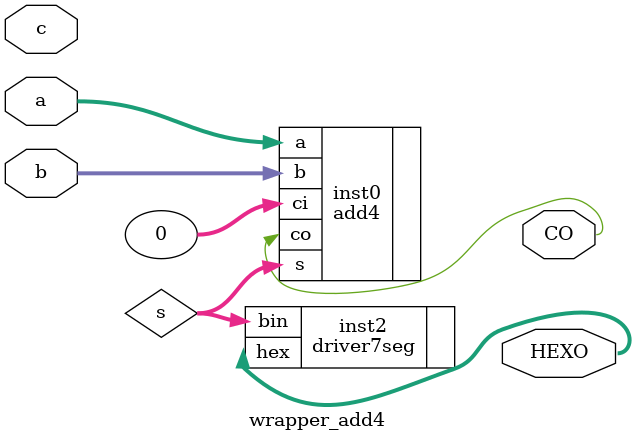
<source format=v>
module wrapper_add4(
	input [3:0] a,b,
	input c,
	output [6:0] HEXO,
	output CO
	);
	wire [3:0] s;
add4 inst0 (
	.a(a),
	.b(b),
	.ci(0),
	.s(s),
	.co(CO),
);

driver7seg inst2 (
	.bin(s),
	.hex(HEXO),
);

endmodule

</source>
